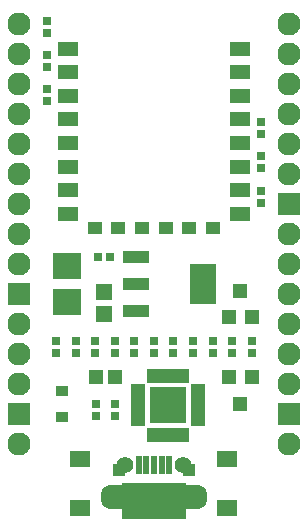
<source format=gts>
G04 Layer_Color=8388736*
%FSLAX25Y25*%
%MOIN*%
G70*
G01*
G75*
%ADD36R,0.04300X0.04100*%
%ADD60R,0.28600X0.08200*%
%ADD61R,0.21200X0.12000*%
%ADD62R,0.09068X0.04343*%
%ADD63R,0.09068X0.13398*%
%ADD64R,0.02800X0.02800*%
%ADD65R,0.01981X0.04737*%
%ADD66R,0.04737X0.01981*%
%ADD67R,0.04737X0.01981*%
%ADD68R,0.01981X0.04737*%
%ADD69R,0.12300X0.12300*%
%ADD70R,0.02800X0.02800*%
%ADD71R,0.04540X0.04737*%
%ADD72R,0.02300X0.06200*%
%ADD73R,0.07099X0.04737*%
%ADD74R,0.04737X0.04343*%
%ADD75R,0.06706X0.05300*%
%ADD76R,0.04737X0.04737*%
%ADD77R,0.09461X0.08674*%
%ADD78R,0.05800X0.05800*%
%ADD79R,0.04068X0.03280*%
%ADD80C,0.05524*%
%ADD81O,0.06706X0.08280*%
%ADD82C,0.07700*%
%ADD83R,0.07700X0.07700*%
D36*
X-11650Y-128550D02*
D03*
X11650D02*
D03*
D60*
X0Y-137400D02*
D03*
D61*
Y-139000D02*
D03*
D62*
X-6120Y-57545D02*
D03*
Y-66600D02*
D03*
Y-75655D02*
D03*
D63*
X16320Y-66600D02*
D03*
D64*
X-18700Y-57545D02*
D03*
X-14700D02*
D03*
D65*
X8637Y-97058D02*
D03*
Y-116743D02*
D03*
X6668D02*
D03*
X4700D02*
D03*
X2732D02*
D03*
X763D02*
D03*
X-1206D02*
D03*
Y-97058D02*
D03*
X763D02*
D03*
X2732D02*
D03*
X4700D02*
D03*
X6668D02*
D03*
X10605D02*
D03*
D66*
X-5142Y-108869D02*
D03*
X14543Y-100995D02*
D03*
Y-102964D02*
D03*
Y-104932D02*
D03*
Y-106901D02*
D03*
Y-108869D02*
D03*
Y-110838D02*
D03*
X-5142Y-112806D02*
D03*
Y-110838D02*
D03*
Y-106901D02*
D03*
Y-104932D02*
D03*
Y-102964D02*
D03*
Y-100995D02*
D03*
D67*
X14542Y-112805D02*
D03*
D68*
X10605Y-116742D02*
D03*
D69*
X4700Y-106901D02*
D03*
D70*
X-26075Y-85476D02*
D03*
Y-89476D02*
D03*
X-35600Y17100D02*
D03*
Y21100D02*
D03*
X-13037Y-85476D02*
D03*
Y-89476D02*
D03*
X19556Y-85476D02*
D03*
Y-89476D02*
D03*
X32593D02*
D03*
Y-85476D02*
D03*
X13037Y-89476D02*
D03*
Y-85476D02*
D03*
X-35600Y-5600D02*
D03*
Y-1600D02*
D03*
X6519Y-89438D02*
D03*
Y-85438D02*
D03*
X-35600Y5731D02*
D03*
Y9731D02*
D03*
X26075Y-89476D02*
D03*
Y-85476D02*
D03*
X35600Y-39400D02*
D03*
Y-35400D02*
D03*
Y-28050D02*
D03*
Y-24050D02*
D03*
Y-12700D02*
D03*
Y-16700D02*
D03*
X-19556Y-85476D02*
D03*
Y-89476D02*
D03*
X-32593Y-85476D02*
D03*
Y-89476D02*
D03*
X-6519D02*
D03*
Y-85476D02*
D03*
X-19380Y-106400D02*
D03*
Y-110400D02*
D03*
X-12920Y-106400D02*
D03*
Y-110400D02*
D03*
X0Y-89438D02*
D03*
Y-85438D02*
D03*
D71*
X25113Y-77612D02*
D03*
X32593Y-77612D02*
D03*
X28853Y-68753D02*
D03*
Y-106516D02*
D03*
X25113Y-97658D02*
D03*
X32593Y-97658D02*
D03*
D72*
X-5100Y-127000D02*
D03*
X2550D02*
D03*
X5100D02*
D03*
X0D02*
D03*
X-2550D02*
D03*
D73*
X28740Y-43176D02*
D03*
Y-35302D02*
D03*
Y-27428D02*
D03*
Y-19554D02*
D03*
Y-11680D02*
D03*
Y-3805D02*
D03*
Y4069D02*
D03*
Y11942D02*
D03*
X-28740D02*
D03*
Y4069D02*
D03*
Y-3805D02*
D03*
Y-11680D02*
D03*
Y-19554D02*
D03*
Y-27428D02*
D03*
Y-35302D02*
D03*
Y-43176D02*
D03*
D74*
X-19685Y-47900D02*
D03*
X-11811D02*
D03*
X-3937D02*
D03*
X3937D02*
D03*
X11811D02*
D03*
X19685D02*
D03*
D75*
X24500Y-141169D02*
D03*
Y-124831D02*
D03*
X-24500Y-141169D02*
D03*
Y-124831D02*
D03*
D76*
X-19250Y-97700D02*
D03*
X-12950D02*
D03*
D77*
X-28900Y-72505D02*
D03*
Y-60694D02*
D03*
D78*
X-16700Y-76481D02*
D03*
Y-69081D02*
D03*
D79*
X-30700Y-110890D02*
D03*
Y-102110D02*
D03*
D80*
X9550Y-127000D02*
D03*
X-9550D02*
D03*
D81*
X-14300Y-137400D02*
D03*
X14300D02*
D03*
D82*
X45000Y-120000D02*
D03*
Y-80000D02*
D03*
Y-90000D02*
D03*
Y-100000D02*
D03*
Y-70000D02*
D03*
Y-60000D02*
D03*
Y-50000D02*
D03*
Y20000D02*
D03*
Y10000D02*
D03*
Y0D02*
D03*
Y-10000D02*
D03*
Y-20000D02*
D03*
Y-30000D02*
D03*
X-45000Y-120000D02*
D03*
Y-80000D02*
D03*
Y-90000D02*
D03*
Y-100000D02*
D03*
Y-60000D02*
D03*
Y-50000D02*
D03*
Y-40000D02*
D03*
Y20000D02*
D03*
Y10000D02*
D03*
Y0D02*
D03*
Y-10000D02*
D03*
Y-20000D02*
D03*
Y-30000D02*
D03*
D83*
X45000Y-110000D02*
D03*
Y-40000D02*
D03*
X-45000Y-110000D02*
D03*
Y-70000D02*
D03*
M02*

</source>
